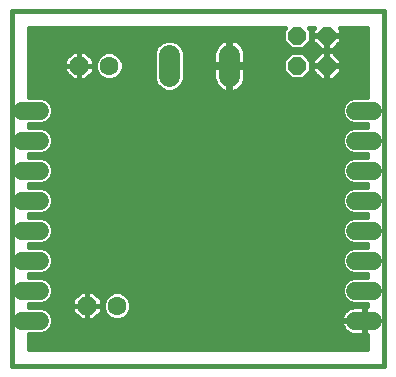
<source format=gbl>
G75*
%MOIN*%
%OFA0B0*%
%FSLAX25Y25*%
%IPPOS*%
%LPD*%
%AMOC8*
5,1,8,0,0,1.08239X$1,22.5*
%
%ADD10C,0.01600*%
%ADD11C,0.06000*%
%ADD12OC8,0.06300*%
%ADD13C,0.06300*%
%ADD14C,0.07050*%
%ADD15OC8,0.06000*%
%ADD16C,0.03962*%
D10*
X0008250Y0001800D02*
X0008250Y0119910D01*
X0132266Y0119910D01*
X0132266Y0001800D01*
X0008250Y0001800D01*
X0013850Y0007400D02*
X0013850Y0012200D01*
X0018415Y0012200D01*
X0020106Y0012900D01*
X0021400Y0014194D01*
X0022100Y0015885D01*
X0022100Y0017715D01*
X0021400Y0019406D01*
X0020106Y0020700D01*
X0018415Y0021400D01*
X0013850Y0021400D01*
X0013850Y0022200D01*
X0018415Y0022200D01*
X0020106Y0022900D01*
X0021400Y0024194D01*
X0022100Y0025885D01*
X0022100Y0027715D01*
X0021400Y0029406D01*
X0020106Y0030700D01*
X0018415Y0031400D01*
X0013850Y0031400D01*
X0013850Y0032200D01*
X0018415Y0032200D01*
X0020106Y0032900D01*
X0021400Y0034194D01*
X0022100Y0035885D01*
X0022100Y0037715D01*
X0021400Y0039406D01*
X0020106Y0040700D01*
X0018415Y0041400D01*
X0013850Y0041400D01*
X0013850Y0042200D01*
X0018415Y0042200D01*
X0020106Y0042900D01*
X0021400Y0044194D01*
X0022100Y0045885D01*
X0022100Y0047715D01*
X0021400Y0049406D01*
X0020106Y0050700D01*
X0018415Y0051400D01*
X0013850Y0051400D01*
X0013850Y0052200D01*
X0018415Y0052200D01*
X0020106Y0052900D01*
X0021400Y0054194D01*
X0022100Y0055885D01*
X0022100Y0057715D01*
X0021400Y0059406D01*
X0020106Y0060700D01*
X0018415Y0061400D01*
X0013850Y0061400D01*
X0013850Y0062200D01*
X0018415Y0062200D01*
X0020106Y0062900D01*
X0021400Y0064194D01*
X0022100Y0065885D01*
X0022100Y0067715D01*
X0021400Y0069406D01*
X0020106Y0070700D01*
X0018415Y0071400D01*
X0013850Y0071400D01*
X0013850Y0072200D01*
X0018415Y0072200D01*
X0020106Y0072900D01*
X0021400Y0074194D01*
X0022100Y0075885D01*
X0022100Y0077715D01*
X0021400Y0079406D01*
X0020106Y0080700D01*
X0018415Y0081400D01*
X0013850Y0081400D01*
X0013850Y0082200D01*
X0018415Y0082200D01*
X0020106Y0082900D01*
X0021400Y0084194D01*
X0022100Y0085885D01*
X0022100Y0087715D01*
X0021400Y0089406D01*
X0020106Y0090700D01*
X0018415Y0091400D01*
X0013850Y0091400D01*
X0013850Y0114310D01*
X0099255Y0114310D01*
X0098650Y0113705D01*
X0098650Y0109895D01*
X0101345Y0107200D01*
X0105155Y0107200D01*
X0107850Y0109895D01*
X0107850Y0113705D01*
X0107245Y0114310D01*
X0108972Y0114310D01*
X0108450Y0113788D01*
X0108450Y0112000D01*
X0113050Y0112000D01*
X0113050Y0111600D01*
X0108450Y0111600D01*
X0108450Y0109812D01*
X0111262Y0107000D01*
X0113050Y0107000D01*
X0113050Y0111600D01*
X0113450Y0111600D01*
X0113450Y0112000D01*
X0118050Y0112000D01*
X0118050Y0113788D01*
X0117528Y0114310D01*
X0126666Y0114310D01*
X0126666Y0091400D01*
X0121835Y0091400D01*
X0120144Y0090700D01*
X0118850Y0089406D01*
X0118150Y0087715D01*
X0118150Y0085885D01*
X0118850Y0084194D01*
X0120144Y0082900D01*
X0121835Y0082200D01*
X0126666Y0082200D01*
X0126666Y0081400D01*
X0121835Y0081400D01*
X0120144Y0080700D01*
X0118850Y0079406D01*
X0118150Y0077715D01*
X0118150Y0075885D01*
X0118850Y0074194D01*
X0120144Y0072900D01*
X0121835Y0072200D01*
X0126666Y0072200D01*
X0126666Y0071400D01*
X0121835Y0071400D01*
X0120144Y0070700D01*
X0118850Y0069406D01*
X0118150Y0067715D01*
X0118150Y0065885D01*
X0118850Y0064194D01*
X0120144Y0062900D01*
X0121835Y0062200D01*
X0126666Y0062200D01*
X0126666Y0061400D01*
X0121835Y0061400D01*
X0120144Y0060700D01*
X0118850Y0059406D01*
X0118150Y0057715D01*
X0118150Y0055885D01*
X0118850Y0054194D01*
X0120144Y0052900D01*
X0121835Y0052200D01*
X0126666Y0052200D01*
X0126666Y0051400D01*
X0121835Y0051400D01*
X0120144Y0050700D01*
X0118850Y0049406D01*
X0118150Y0047715D01*
X0118150Y0045885D01*
X0118850Y0044194D01*
X0120144Y0042900D01*
X0121835Y0042200D01*
X0126666Y0042200D01*
X0126666Y0041400D01*
X0121835Y0041400D01*
X0120144Y0040700D01*
X0118850Y0039406D01*
X0118150Y0037715D01*
X0118150Y0035885D01*
X0118850Y0034194D01*
X0120144Y0032900D01*
X0121835Y0032200D01*
X0126666Y0032200D01*
X0126666Y0031400D01*
X0121835Y0031400D01*
X0120144Y0030700D01*
X0118850Y0029406D01*
X0118150Y0027715D01*
X0118150Y0025885D01*
X0118850Y0024194D01*
X0120144Y0022900D01*
X0121835Y0022200D01*
X0126666Y0022200D01*
X0126666Y0021600D01*
X0125950Y0021600D01*
X0125950Y0017000D01*
X0125550Y0017000D01*
X0125550Y0021600D01*
X0122372Y0021600D01*
X0121626Y0021482D01*
X0120907Y0021248D01*
X0120234Y0020905D01*
X0119623Y0020461D01*
X0119089Y0019927D01*
X0118645Y0019316D01*
X0118302Y0018643D01*
X0118068Y0017924D01*
X0117950Y0017178D01*
X0117950Y0017000D01*
X0125550Y0017000D01*
X0125550Y0016600D01*
X0125950Y0016600D01*
X0125950Y0012000D01*
X0126666Y0012000D01*
X0126666Y0007400D01*
X0013850Y0007400D01*
X0013850Y0008194D02*
X0126666Y0008194D01*
X0126666Y0009793D02*
X0013850Y0009793D01*
X0013850Y0011391D02*
X0126666Y0011391D01*
X0125550Y0012000D02*
X0125550Y0016600D01*
X0117950Y0016600D01*
X0117950Y0016422D01*
X0118068Y0015676D01*
X0118302Y0014957D01*
X0118645Y0014284D01*
X0119089Y0013673D01*
X0119623Y0013139D01*
X0120234Y0012695D01*
X0120907Y0012352D01*
X0121626Y0012118D01*
X0122372Y0012000D01*
X0125550Y0012000D01*
X0125550Y0012990D02*
X0125950Y0012990D01*
X0125950Y0014588D02*
X0125550Y0014588D01*
X0125550Y0016187D02*
X0125950Y0016187D01*
X0125950Y0017785D02*
X0125550Y0017785D01*
X0125550Y0019384D02*
X0125950Y0019384D01*
X0125950Y0020982D02*
X0125550Y0020982D01*
X0120916Y0022581D02*
X0048000Y0022581D01*
X0048000Y0022745D02*
X0047277Y0024491D01*
X0045941Y0025827D01*
X0044195Y0026550D01*
X0042305Y0026550D01*
X0040559Y0025827D01*
X0039223Y0024491D01*
X0038500Y0022745D01*
X0038500Y0020855D01*
X0039223Y0019109D01*
X0040559Y0017773D01*
X0042305Y0017050D01*
X0044195Y0017050D01*
X0045941Y0017773D01*
X0047277Y0019109D01*
X0048000Y0020855D01*
X0048000Y0022745D01*
X0047406Y0024179D02*
X0118865Y0024179D01*
X0118194Y0025778D02*
X0045990Y0025778D01*
X0048000Y0020982D02*
X0120385Y0020982D01*
X0118694Y0019384D02*
X0047390Y0019384D01*
X0045953Y0017785D02*
X0118046Y0017785D01*
X0117987Y0016187D02*
X0022100Y0016187D01*
X0022071Y0017785D02*
X0030265Y0017785D01*
X0031200Y0016850D02*
X0033250Y0016850D01*
X0035300Y0016850D01*
X0038200Y0019750D01*
X0038200Y0021800D01*
X0038200Y0023850D01*
X0035300Y0026750D01*
X0033250Y0026750D01*
X0033250Y0021800D01*
X0038200Y0021800D01*
X0033250Y0021800D01*
X0033250Y0021800D01*
X0033250Y0021800D01*
X0033250Y0016850D01*
X0033250Y0021800D01*
X0033250Y0021800D01*
X0033250Y0021800D01*
X0028300Y0021800D01*
X0028300Y0023850D01*
X0031200Y0026750D01*
X0033250Y0026750D01*
X0033250Y0021800D01*
X0028300Y0021800D01*
X0028300Y0019750D01*
X0031200Y0016850D01*
X0033250Y0017785D02*
X0033250Y0017785D01*
X0033250Y0019384D02*
X0033250Y0019384D01*
X0033250Y0020982D02*
X0033250Y0020982D01*
X0033250Y0022581D02*
X0033250Y0022581D01*
X0033250Y0024179D02*
X0033250Y0024179D01*
X0033250Y0025778D02*
X0033250Y0025778D01*
X0036273Y0025778D02*
X0040510Y0025778D01*
X0039094Y0024179D02*
X0037871Y0024179D01*
X0038200Y0022581D02*
X0038500Y0022581D01*
X0038500Y0020982D02*
X0038200Y0020982D01*
X0037834Y0019384D02*
X0039110Y0019384D01*
X0040547Y0017785D02*
X0036235Y0017785D01*
X0028666Y0019384D02*
X0021409Y0019384D01*
X0019424Y0020982D02*
X0028300Y0020982D01*
X0028300Y0022581D02*
X0019334Y0022581D01*
X0021385Y0024179D02*
X0028629Y0024179D01*
X0030227Y0025778D02*
X0022056Y0025778D01*
X0022100Y0027376D02*
X0118150Y0027376D01*
X0118672Y0028975D02*
X0021578Y0028975D01*
X0020232Y0030573D02*
X0120018Y0030573D01*
X0119274Y0033770D02*
X0020976Y0033770D01*
X0021886Y0035369D02*
X0118364Y0035369D01*
X0118150Y0036967D02*
X0022100Y0036967D01*
X0021748Y0038566D02*
X0118502Y0038566D01*
X0119609Y0040164D02*
X0020641Y0040164D01*
X0020567Y0043361D02*
X0119683Y0043361D01*
X0118533Y0044960D02*
X0021717Y0044960D01*
X0022100Y0046558D02*
X0118150Y0046558D01*
X0118333Y0048157D02*
X0021917Y0048157D01*
X0021050Y0049755D02*
X0119200Y0049755D01*
X0121724Y0051354D02*
X0018526Y0051354D01*
X0020158Y0052952D02*
X0120092Y0052952D01*
X0118703Y0054551D02*
X0021547Y0054551D01*
X0022100Y0056149D02*
X0118150Y0056149D01*
X0118164Y0057748D02*
X0022086Y0057748D01*
X0021424Y0059346D02*
X0118826Y0059346D01*
X0120736Y0060945D02*
X0019514Y0060945D01*
X0019244Y0062543D02*
X0121006Y0062543D01*
X0118903Y0064142D02*
X0021347Y0064142D01*
X0022040Y0065740D02*
X0118210Y0065740D01*
X0118150Y0067339D02*
X0022100Y0067339D01*
X0021594Y0068937D02*
X0118656Y0068937D01*
X0119981Y0070536D02*
X0020269Y0070536D01*
X0020938Y0073733D02*
X0119312Y0073733D01*
X0118379Y0075332D02*
X0021871Y0075332D01*
X0022100Y0076930D02*
X0118150Y0076930D01*
X0118487Y0078529D02*
X0021763Y0078529D01*
X0020678Y0080127D02*
X0119572Y0080127D01*
X0119721Y0083324D02*
X0020529Y0083324D01*
X0021701Y0084923D02*
X0118549Y0084923D01*
X0118150Y0086521D02*
X0022100Y0086521D01*
X0021932Y0088120D02*
X0118318Y0088120D01*
X0119163Y0089718D02*
X0021087Y0089718D01*
X0018616Y0091317D02*
X0121634Y0091317D01*
X0126666Y0092915D02*
X0013850Y0092915D01*
X0013850Y0094514D02*
X0057263Y0094514D01*
X0057847Y0093930D02*
X0056405Y0095372D01*
X0055625Y0097256D01*
X0055625Y0106344D01*
X0056405Y0108228D01*
X0057847Y0109670D01*
X0059731Y0110450D01*
X0061769Y0110450D01*
X0063653Y0109670D01*
X0065095Y0108228D01*
X0065875Y0106344D01*
X0065875Y0097256D01*
X0065095Y0095372D01*
X0063653Y0093930D01*
X0061769Y0093150D01*
X0059731Y0093150D01*
X0057847Y0093930D01*
X0056099Y0096112D02*
X0013850Y0096112D01*
X0013850Y0097711D02*
X0027839Y0097711D01*
X0028700Y0096850D02*
X0030750Y0096850D01*
X0032800Y0096850D01*
X0035700Y0099750D01*
X0035700Y0101800D01*
X0035700Y0103850D01*
X0032800Y0106750D01*
X0030750Y0106750D01*
X0030750Y0101800D01*
X0035700Y0101800D01*
X0030750Y0101800D01*
X0030750Y0101800D01*
X0030750Y0101800D01*
X0030750Y0096850D01*
X0030750Y0101800D01*
X0030750Y0101800D01*
X0030750Y0101800D01*
X0025800Y0101800D01*
X0025800Y0103850D01*
X0028700Y0106750D01*
X0030750Y0106750D01*
X0030750Y0101800D01*
X0025800Y0101800D01*
X0025800Y0099750D01*
X0028700Y0096850D01*
X0030750Y0097711D02*
X0030750Y0097711D01*
X0030750Y0099309D02*
X0030750Y0099309D01*
X0030750Y0100908D02*
X0030750Y0100908D01*
X0030750Y0102506D02*
X0030750Y0102506D01*
X0030750Y0104105D02*
X0030750Y0104105D01*
X0030750Y0105703D02*
X0030750Y0105703D01*
X0027653Y0105703D02*
X0013850Y0105703D01*
X0013850Y0104105D02*
X0026054Y0104105D01*
X0025800Y0102506D02*
X0013850Y0102506D01*
X0013850Y0100908D02*
X0025800Y0100908D01*
X0026240Y0099309D02*
X0013850Y0099309D01*
X0013850Y0107302D02*
X0056022Y0107302D01*
X0057077Y0108900D02*
X0013850Y0108900D01*
X0013850Y0110499D02*
X0079441Y0110499D01*
X0079503Y0110519D02*
X0078706Y0110260D01*
X0077959Y0109879D01*
X0077281Y0109387D01*
X0076688Y0108794D01*
X0076196Y0108116D01*
X0075815Y0107369D01*
X0075556Y0106572D01*
X0075425Y0105744D01*
X0075425Y0102175D01*
X0080375Y0102175D01*
X0080375Y0110650D01*
X0080331Y0110650D01*
X0079503Y0110519D01*
X0080375Y0110499D02*
X0081125Y0110499D01*
X0081125Y0110650D02*
X0081125Y0102175D01*
X0086075Y0102175D01*
X0086075Y0105744D01*
X0085944Y0106572D01*
X0085685Y0107369D01*
X0085304Y0108116D01*
X0084812Y0108794D01*
X0084219Y0109387D01*
X0083541Y0109879D01*
X0082794Y0110260D01*
X0081997Y0110519D01*
X0081169Y0110650D01*
X0081125Y0110650D01*
X0082059Y0110499D02*
X0098650Y0110499D01*
X0099644Y0108900D02*
X0084705Y0108900D01*
X0085707Y0107302D02*
X0101243Y0107302D01*
X0101345Y0106400D02*
X0098650Y0103705D01*
X0098650Y0099895D01*
X0101345Y0097200D01*
X0105155Y0097200D01*
X0107850Y0099895D01*
X0107850Y0103705D01*
X0105155Y0106400D01*
X0101345Y0106400D01*
X0100648Y0105703D02*
X0086075Y0105703D01*
X0086075Y0104105D02*
X0099049Y0104105D01*
X0098650Y0102506D02*
X0086075Y0102506D01*
X0086075Y0101425D02*
X0081125Y0101425D01*
X0081125Y0102175D01*
X0080375Y0102175D01*
X0080375Y0101425D01*
X0081125Y0101425D01*
X0081125Y0092950D01*
X0081169Y0092950D01*
X0081997Y0093081D01*
X0082794Y0093340D01*
X0083541Y0093721D01*
X0084219Y0094213D01*
X0084812Y0094806D01*
X0085304Y0095484D01*
X0085685Y0096231D01*
X0085944Y0097028D01*
X0086075Y0097856D01*
X0086075Y0101425D01*
X0086075Y0100908D02*
X0098650Y0100908D01*
X0099235Y0099309D02*
X0086075Y0099309D01*
X0086052Y0097711D02*
X0100834Y0097711D01*
X0105666Y0097711D02*
X0110551Y0097711D01*
X0111262Y0097000D02*
X0108450Y0099812D01*
X0108450Y0101600D01*
X0113050Y0101600D01*
X0113050Y0102000D01*
X0113050Y0106600D01*
X0111262Y0106600D01*
X0108450Y0103788D01*
X0108450Y0102000D01*
X0113050Y0102000D01*
X0113450Y0102000D01*
X0113450Y0106600D01*
X0115238Y0106600D01*
X0118050Y0103788D01*
X0118050Y0102000D01*
X0113450Y0102000D01*
X0113450Y0101600D01*
X0118050Y0101600D01*
X0118050Y0099812D01*
X0115238Y0097000D01*
X0113450Y0097000D01*
X0113450Y0101600D01*
X0113050Y0101600D01*
X0113050Y0097000D01*
X0111262Y0097000D01*
X0113050Y0097711D02*
X0113450Y0097711D01*
X0113450Y0099309D02*
X0113050Y0099309D01*
X0113050Y0100908D02*
X0113450Y0100908D01*
X0113450Y0102506D02*
X0113050Y0102506D01*
X0113050Y0104105D02*
X0113450Y0104105D01*
X0113450Y0105703D02*
X0113050Y0105703D01*
X0113450Y0107000D02*
X0115238Y0107000D01*
X0118050Y0109812D01*
X0118050Y0111600D01*
X0113450Y0111600D01*
X0113450Y0107000D01*
X0113450Y0107302D02*
X0113050Y0107302D01*
X0113050Y0108900D02*
X0113450Y0108900D01*
X0113450Y0110499D02*
X0113050Y0110499D01*
X0110960Y0107302D02*
X0105257Y0107302D01*
X0106856Y0108900D02*
X0109362Y0108900D01*
X0108450Y0110499D02*
X0107850Y0110499D01*
X0107850Y0112097D02*
X0108450Y0112097D01*
X0108450Y0113696D02*
X0107850Y0113696D01*
X0115540Y0107302D02*
X0126666Y0107302D01*
X0126666Y0108900D02*
X0117138Y0108900D01*
X0118050Y0110499D02*
X0126666Y0110499D01*
X0126666Y0112097D02*
X0118050Y0112097D01*
X0118050Y0113696D02*
X0126666Y0113696D01*
X0126666Y0105703D02*
X0116135Y0105703D01*
X0117733Y0104105D02*
X0126666Y0104105D01*
X0126666Y0102506D02*
X0118050Y0102506D01*
X0118050Y0100908D02*
X0126666Y0100908D01*
X0126666Y0099309D02*
X0117547Y0099309D01*
X0115949Y0097711D02*
X0126666Y0097711D01*
X0126666Y0096112D02*
X0085624Y0096112D01*
X0084519Y0094514D02*
X0126666Y0094514D01*
X0126666Y0081726D02*
X0013850Y0081726D01*
X0013850Y0072134D02*
X0126666Y0072134D01*
X0108953Y0099309D02*
X0107265Y0099309D01*
X0107850Y0100908D02*
X0108450Y0100908D01*
X0108450Y0102506D02*
X0107850Y0102506D01*
X0107451Y0104105D02*
X0108767Y0104105D01*
X0110365Y0105703D02*
X0105852Y0105703D01*
X0098650Y0112097D02*
X0013850Y0112097D01*
X0013850Y0113696D02*
X0098650Y0113696D01*
X0081125Y0108900D02*
X0080375Y0108900D01*
X0080375Y0107302D02*
X0081125Y0107302D01*
X0081125Y0105703D02*
X0080375Y0105703D01*
X0080375Y0104105D02*
X0081125Y0104105D01*
X0081125Y0102506D02*
X0080375Y0102506D01*
X0080375Y0101425D02*
X0075425Y0101425D01*
X0075425Y0097856D01*
X0075556Y0097028D01*
X0075815Y0096231D01*
X0076196Y0095484D01*
X0076688Y0094806D01*
X0077281Y0094213D01*
X0077959Y0093721D01*
X0078706Y0093340D01*
X0079503Y0093081D01*
X0080331Y0092950D01*
X0080375Y0092950D01*
X0080375Y0101425D01*
X0080375Y0100908D02*
X0081125Y0100908D01*
X0081125Y0099309D02*
X0080375Y0099309D01*
X0080375Y0097711D02*
X0081125Y0097711D01*
X0081125Y0096112D02*
X0080375Y0096112D01*
X0080375Y0094514D02*
X0081125Y0094514D01*
X0076981Y0094514D02*
X0064237Y0094514D01*
X0065401Y0096112D02*
X0075876Y0096112D01*
X0075448Y0097711D02*
X0065875Y0097711D01*
X0065875Y0099309D02*
X0075425Y0099309D01*
X0075425Y0100908D02*
X0065875Y0100908D01*
X0065875Y0102506D02*
X0075425Y0102506D01*
X0075425Y0104105D02*
X0065875Y0104105D01*
X0065875Y0105703D02*
X0075425Y0105703D01*
X0075793Y0107302D02*
X0065478Y0107302D01*
X0064423Y0108900D02*
X0076795Y0108900D01*
X0055625Y0105703D02*
X0043564Y0105703D01*
X0043441Y0105827D02*
X0041695Y0106550D01*
X0039805Y0106550D01*
X0038059Y0105827D01*
X0036723Y0104491D01*
X0036000Y0102745D01*
X0036000Y0100855D01*
X0036723Y0099109D01*
X0038059Y0097773D01*
X0039805Y0097050D01*
X0041695Y0097050D01*
X0043441Y0097773D01*
X0044777Y0099109D01*
X0045500Y0100855D01*
X0045500Y0102745D01*
X0044777Y0104491D01*
X0043441Y0105827D01*
X0044937Y0104105D02*
X0055625Y0104105D01*
X0055625Y0102506D02*
X0045500Y0102506D01*
X0045500Y0100908D02*
X0055625Y0100908D01*
X0055625Y0099309D02*
X0044860Y0099309D01*
X0043290Y0097711D02*
X0055625Y0097711D01*
X0038210Y0097711D02*
X0033661Y0097711D01*
X0035260Y0099309D02*
X0036640Y0099309D01*
X0036000Y0100908D02*
X0035700Y0100908D01*
X0035700Y0102506D02*
X0036000Y0102506D01*
X0035446Y0104105D02*
X0036563Y0104105D01*
X0037936Y0105703D02*
X0033847Y0105703D01*
X0013850Y0041763D02*
X0126666Y0041763D01*
X0126666Y0032172D02*
X0013850Y0032172D01*
X0021563Y0014588D02*
X0118490Y0014588D01*
X0119828Y0012990D02*
X0020195Y0012990D01*
D11*
X0017500Y0016800D02*
X0011500Y0016800D01*
X0011500Y0026800D02*
X0017500Y0026800D01*
X0017500Y0036800D02*
X0011500Y0036800D01*
X0011500Y0046800D02*
X0017500Y0046800D01*
X0017500Y0056800D02*
X0011500Y0056800D01*
X0011500Y0066800D02*
X0017500Y0066800D01*
X0017500Y0076800D02*
X0011500Y0076800D01*
X0011500Y0086800D02*
X0017500Y0086800D01*
X0122750Y0086800D02*
X0128750Y0086800D01*
X0128750Y0076800D02*
X0122750Y0076800D01*
X0122750Y0066800D02*
X0128750Y0066800D01*
X0128750Y0056800D02*
X0122750Y0056800D01*
X0122750Y0046800D02*
X0128750Y0046800D01*
X0128750Y0036800D02*
X0122750Y0036800D01*
X0122750Y0026800D02*
X0128750Y0026800D01*
X0128750Y0016800D02*
X0122750Y0016800D01*
D12*
X0033250Y0021800D03*
X0030750Y0101800D03*
D13*
X0040750Y0101800D03*
X0043250Y0021800D03*
D14*
X0060750Y0098275D02*
X0060750Y0105325D01*
X0080750Y0105325D02*
X0080750Y0098275D01*
D15*
X0103250Y0101800D03*
X0113250Y0101800D03*
X0113250Y0111800D03*
X0103250Y0111800D03*
D16*
X0110750Y0079300D03*
X0073250Y0069300D03*
X0053250Y0046800D03*
M02*

</source>
